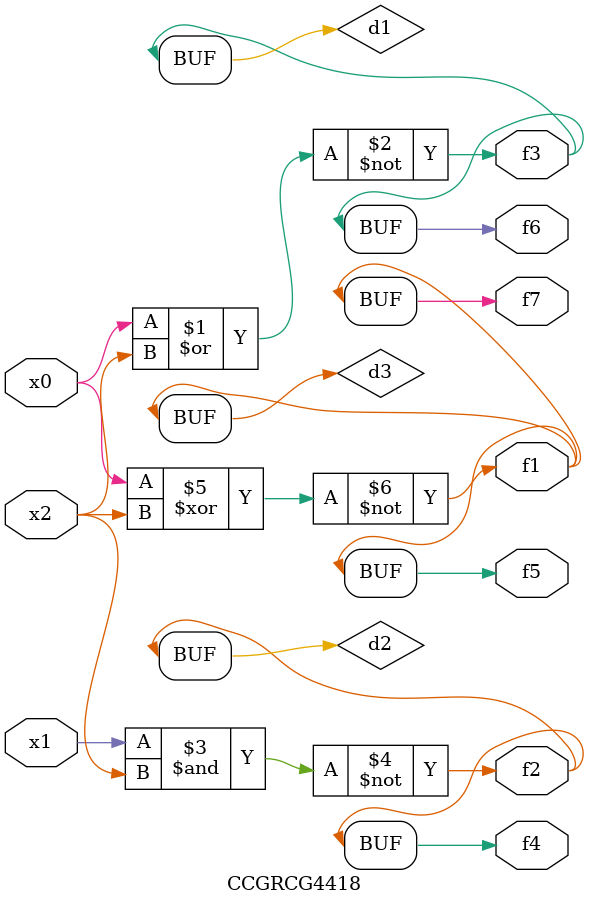
<source format=v>
module CCGRCG4418(
	input x0, x1, x2,
	output f1, f2, f3, f4, f5, f6, f7
);

	wire d1, d2, d3;

	nor (d1, x0, x2);
	nand (d2, x1, x2);
	xnor (d3, x0, x2);
	assign f1 = d3;
	assign f2 = d2;
	assign f3 = d1;
	assign f4 = d2;
	assign f5 = d3;
	assign f6 = d1;
	assign f7 = d3;
endmodule

</source>
